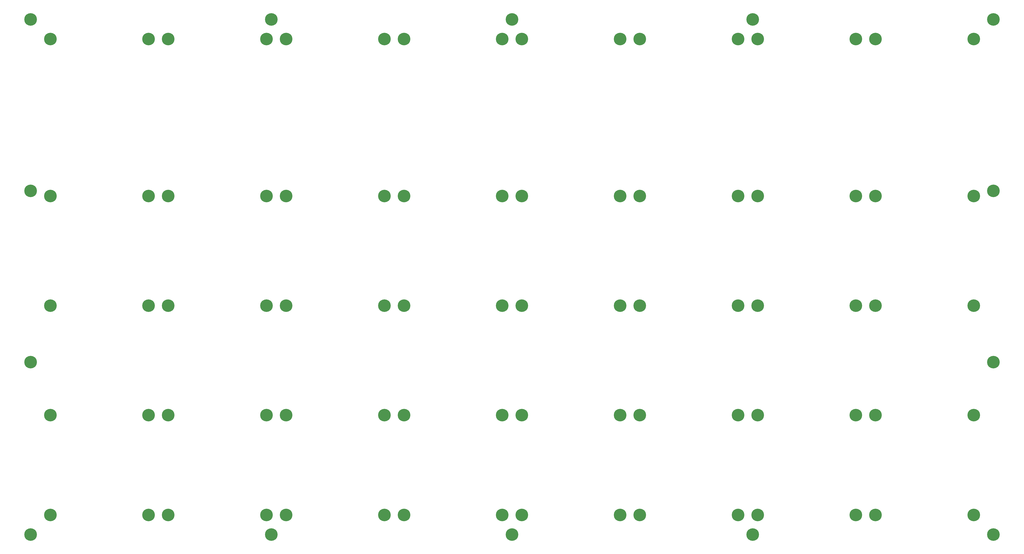
<source format=gbr>
%TF.GenerationSoftware,KiCad,Pcbnew,7.0.8*%
%TF.CreationDate,2023-11-15T12:45:31+01:00*%
%TF.ProjectId,panel-rev1,70616e65-6c2d-4726-9576-312e6b696361,rev?*%
%TF.SameCoordinates,Original*%
%TF.FileFunction,Copper,L2,Inr*%
%TF.FilePolarity,Positive*%
%FSLAX46Y46*%
G04 Gerber Fmt 4.6, Leading zero omitted, Abs format (unit mm)*
G04 Created by KiCad (PCBNEW 7.0.8) date 2023-11-15 12:45:31*
%MOMM*%
%LPD*%
G01*
G04 APERTURE LIST*
%TA.AperFunction,ComponentPad*%
%ADD10C,0.800000*%
%TD*%
%TA.AperFunction,ComponentPad*%
%ADD11C,6.400000*%
%TD*%
G04 APERTURE END LIST*
D10*
%TO.N,N/C*%
%TO.C,H157*%
X388150682Y-362891355D03*
X388853626Y-361194299D03*
X388853626Y-364588411D03*
X390550682Y-360491355D03*
D11*
X390550682Y-362891355D03*
D10*
X390550682Y-365291355D03*
X392247738Y-361194299D03*
X392247738Y-364588411D03*
X392950682Y-362891355D03*
%TD*%
%TO.N,N/C*%
%TO.C,H153*%
X378150682Y-251224689D03*
X378853626Y-249527633D03*
X378853626Y-252921745D03*
X380550682Y-248824689D03*
D11*
X380550682Y-251224689D03*
D10*
X380550682Y-253624689D03*
X382247738Y-249527633D03*
X382247738Y-252921745D03*
X382950682Y-251224689D03*
%TD*%
%TO.N,N/C*%
%TO.C,H231*%
X558150682Y-171224689D03*
X558853626Y-169527633D03*
X558853626Y-172921745D03*
X560550682Y-168824689D03*
D11*
X560550682Y-171224689D03*
D10*
X560550682Y-173624689D03*
X562247738Y-169527633D03*
X562247738Y-172921745D03*
X562950682Y-171224689D03*
%TD*%
%TO.N,N/C*%
%TO.C,H177*%
X508150682Y-362891355D03*
X508853626Y-361194299D03*
X508853626Y-364588411D03*
X510550682Y-360491355D03*
D11*
X510550682Y-362891355D03*
D10*
X510550682Y-365291355D03*
X512247738Y-361194299D03*
X512247738Y-364588411D03*
X512950682Y-362891355D03*
%TD*%
%TO.N,N/C*%
%TO.C,H176*%
X558150682Y-413724689D03*
X558853626Y-412027633D03*
X558853626Y-415421745D03*
X560550682Y-411324689D03*
D11*
X560550682Y-413724689D03*
D10*
X560550682Y-416124689D03*
X562247738Y-412027633D03*
X562247738Y-415421745D03*
X562950682Y-413724689D03*
%TD*%
%TO.N,N/C*%
%TO.C,H123*%
X198150682Y-251224689D03*
X198853626Y-249527633D03*
X198853626Y-252921745D03*
X200550682Y-248824689D03*
D11*
X200550682Y-251224689D03*
D10*
X200550682Y-253624689D03*
X202247738Y-249527633D03*
X202247738Y-252921745D03*
X202950682Y-251224689D03*
%TD*%
%TO.N,N/C*%
%TO.C,H161*%
X388150682Y-251224689D03*
X388853626Y-249527633D03*
X388853626Y-252921745D03*
X390550682Y-248824689D03*
D11*
X390550682Y-251224689D03*
D10*
X390550682Y-253624689D03*
X392247738Y-249527633D03*
X392247738Y-252921745D03*
X392950682Y-251224689D03*
%TD*%
%TO.N,N/C*%
%TO.C,H136*%
X318150682Y-413724689D03*
X318853626Y-412027633D03*
X318853626Y-415421745D03*
X320550682Y-411324689D03*
D11*
X320550682Y-413724689D03*
D10*
X320550682Y-416124689D03*
X322247738Y-412027633D03*
X322247738Y-415421745D03*
X322950682Y-413724689D03*
%TD*%
%TO.N,N/C*%
%TO.C,H215*%
X323121872Y-161229689D03*
X323824816Y-159532633D03*
X323824816Y-162926745D03*
X325521872Y-158829689D03*
D11*
X325521872Y-161229689D03*
D10*
X325521872Y-163629689D03*
X327218928Y-159532633D03*
X327218928Y-162926745D03*
X327921872Y-161229689D03*
%TD*%
%TO.N,N/C*%
%TO.C,H191*%
X568121872Y-335896355D03*
X568824816Y-334199299D03*
X568824816Y-337593411D03*
X570521872Y-333496355D03*
D11*
X570521872Y-335896355D03*
D10*
X570521872Y-338296355D03*
X572218928Y-334199299D03*
X572218928Y-337593411D03*
X572921872Y-335896355D03*
%TD*%
%TO.N,N/C*%
%TO.C,H229*%
X498150682Y-171224689D03*
X498853626Y-169527633D03*
X498853626Y-172921745D03*
X500550682Y-168824689D03*
D11*
X500550682Y-171224689D03*
D10*
X500550682Y-173624689D03*
X502247738Y-169527633D03*
X502247738Y-172921745D03*
X502950682Y-171224689D03*
%TD*%
%TO.N,N/C*%
%TO.C,H222*%
X268150682Y-171224689D03*
X268853626Y-169527633D03*
X268853626Y-172921745D03*
X270550682Y-168824689D03*
D11*
X270550682Y-171224689D03*
D10*
X270550682Y-173624689D03*
X272247738Y-169527633D03*
X272247738Y-172921745D03*
X272950682Y-171224689D03*
%TD*%
%TO.N,N/C*%
%TO.C,H143*%
X318150682Y-251224689D03*
X318853626Y-249527633D03*
X318853626Y-252921745D03*
X320550682Y-248824689D03*
D11*
X320550682Y-251224689D03*
D10*
X320550682Y-253624689D03*
X322247738Y-249527633D03*
X322247738Y-252921745D03*
X322950682Y-251224689D03*
%TD*%
%TO.N,N/C*%
%TO.C,H194*%
X78121872Y-423729689D03*
X78824816Y-422032633D03*
X78824816Y-425426745D03*
X80521872Y-421329689D03*
D11*
X80521872Y-423729689D03*
D10*
X80521872Y-426129689D03*
X82218928Y-422032633D03*
X82218928Y-425426745D03*
X82921872Y-423729689D03*
%TD*%
%TO.N,N/C*%
%TO.C,H226*%
X388150682Y-171224689D03*
X388853626Y-169527633D03*
X388853626Y-172921745D03*
X390550682Y-168824689D03*
D11*
X390550682Y-171224689D03*
D10*
X390550682Y-173624689D03*
X392247738Y-169527633D03*
X392247738Y-172921745D03*
X392950682Y-171224689D03*
%TD*%
%TO.N,N/C*%
%TO.C,H224*%
X328150682Y-171224689D03*
X328853626Y-169527633D03*
X328853626Y-172921745D03*
X330550682Y-168824689D03*
D11*
X330550682Y-171224689D03*
D10*
X330550682Y-173624689D03*
X332247738Y-169527633D03*
X332247738Y-172921745D03*
X332950682Y-171224689D03*
%TD*%
%TO.N,N/C*%
%TO.C,H150*%
X378150682Y-307058022D03*
X378853626Y-305360966D03*
X378853626Y-308755078D03*
X380550682Y-304658022D03*
D11*
X380550682Y-307058022D03*
D10*
X380550682Y-309458022D03*
X382247738Y-305360966D03*
X382247738Y-308755078D03*
X382950682Y-307058022D03*
%TD*%
%TO.N,N/C*%
%TO.C,H126*%
X258150682Y-413724689D03*
X258853626Y-412027633D03*
X258853626Y-415421745D03*
X260550682Y-411324689D03*
D11*
X260550682Y-413724689D03*
D10*
X260550682Y-416124689D03*
X262247738Y-412027633D03*
X262247738Y-415421745D03*
X262950682Y-413724689D03*
%TD*%
%TO.N,N/C*%
%TO.C,H165*%
X448150682Y-413724689D03*
X448853626Y-412027633D03*
X448853626Y-415421745D03*
X450550682Y-411324689D03*
D11*
X450550682Y-413724689D03*
D10*
X450550682Y-416124689D03*
X452247738Y-412027633D03*
X452247738Y-415421745D03*
X452950682Y-413724689D03*
%TD*%
%TO.N,N/C*%
%TO.C,H146*%
X378150682Y-413724689D03*
X378853626Y-412027633D03*
X378853626Y-415421745D03*
X380550682Y-411324689D03*
D11*
X380550682Y-413724689D03*
D10*
X380550682Y-416124689D03*
X382247738Y-412027633D03*
X382247738Y-415421745D03*
X382950682Y-413724689D03*
%TD*%
%TO.N,N/C*%
%TO.C,H135*%
X268150682Y-413724689D03*
X268853626Y-412027633D03*
X268853626Y-415421745D03*
X270550682Y-411324689D03*
D11*
X270550682Y-413724689D03*
D10*
X270550682Y-416124689D03*
X272247738Y-412027633D03*
X272247738Y-415421745D03*
X272950682Y-413724689D03*
%TD*%
%TO.N,N/C*%
%TO.C,H166*%
X498150682Y-413724689D03*
X498853626Y-412027633D03*
X498853626Y-415421745D03*
X500550682Y-411324689D03*
D11*
X500550682Y-413724689D03*
D10*
X500550682Y-416124689D03*
X502247738Y-412027633D03*
X502247738Y-415421745D03*
X502950682Y-413724689D03*
%TD*%
%TO.N,N/C*%
%TO.C,H108*%
X138150682Y-362891355D03*
X138853626Y-361194299D03*
X138853626Y-364588411D03*
X140550682Y-360491355D03*
D11*
X140550682Y-362891355D03*
D10*
X140550682Y-365291355D03*
X142247738Y-361194299D03*
X142247738Y-364588411D03*
X142950682Y-362891355D03*
%TD*%
%TO.N,N/C*%
%TO.C,H171*%
X448150682Y-251224689D03*
X448853626Y-249527633D03*
X448853626Y-252921745D03*
X450550682Y-248824689D03*
D11*
X450550682Y-251224689D03*
D10*
X450550682Y-253624689D03*
X452247738Y-249527633D03*
X452247738Y-252921745D03*
X452950682Y-251224689D03*
%TD*%
%TO.N,N/C*%
%TO.C,H108*%
X138150682Y-251224689D03*
X138853626Y-249527633D03*
X138853626Y-252921745D03*
X140550682Y-248824689D03*
D11*
X140550682Y-251224689D03*
D10*
X140550682Y-253624689D03*
X142247738Y-249527633D03*
X142247738Y-252921745D03*
X142950682Y-251224689D03*
%TD*%
%TO.N,N/C*%
%TO.C,H151*%
X328150682Y-251224689D03*
X328853626Y-249527633D03*
X328853626Y-252921745D03*
X330550682Y-248824689D03*
D11*
X330550682Y-251224689D03*
D10*
X330550682Y-253624689D03*
X332247738Y-249527633D03*
X332247738Y-252921745D03*
X332950682Y-251224689D03*
%TD*%
%TO.N,N/C*%
%TO.C,H225*%
X378150682Y-171224689D03*
X378853626Y-169527633D03*
X378853626Y-172921745D03*
X380550682Y-168824689D03*
D11*
X380550682Y-171224689D03*
D10*
X380550682Y-173624689D03*
X382247738Y-169527633D03*
X382247738Y-172921745D03*
X382950682Y-171224689D03*
%TD*%
%TO.N,N/C*%
%TO.C,H178*%
X558150682Y-362891355D03*
X558853626Y-361194299D03*
X558853626Y-364588411D03*
X560550682Y-360491355D03*
D11*
X560550682Y-362891355D03*
D10*
X560550682Y-365291355D03*
X562247738Y-361194299D03*
X562247738Y-364588411D03*
X562950682Y-362891355D03*
%TD*%
%TO.N,N/C*%
%TO.C,H158*%
X438150682Y-362891355D03*
X438853626Y-361194299D03*
X438853626Y-364588411D03*
X440550682Y-360491355D03*
D11*
X440550682Y-362891355D03*
D10*
X440550682Y-365291355D03*
X442247738Y-361194299D03*
X442247738Y-364588411D03*
X442950682Y-362891355D03*
%TD*%
%TO.N,N/C*%
%TO.C,H118*%
X198150682Y-362891355D03*
X198853626Y-361194299D03*
X198853626Y-364588411D03*
X200550682Y-360491355D03*
D11*
X200550682Y-362891355D03*
D10*
X200550682Y-365291355D03*
X202247738Y-361194299D03*
X202247738Y-364588411D03*
X202950682Y-362891355D03*
%TD*%
%TO.N,N/C*%
%TO.C,H230*%
X508150682Y-171224689D03*
X508853626Y-169527633D03*
X508853626Y-172921745D03*
X510550682Y-168824689D03*
D11*
X510550682Y-171224689D03*
D10*
X510550682Y-173624689D03*
X512247738Y-169527633D03*
X512247738Y-172921745D03*
X512950682Y-171224689D03*
%TD*%
%TO.N,N/C*%
%TO.C,H188*%
X568121872Y-248563022D03*
X568824816Y-246865966D03*
X568824816Y-250260078D03*
X570521872Y-246163022D03*
D11*
X570521872Y-248563022D03*
D10*
X570521872Y-250963022D03*
X572218928Y-246865966D03*
X572218928Y-250260078D03*
X572921872Y-248563022D03*
%TD*%
%TO.N,N/C*%
%TO.C,H188*%
X78121872Y-248563022D03*
X78824816Y-246865966D03*
X78824816Y-250260078D03*
X80521872Y-246163022D03*
D11*
X80521872Y-248563022D03*
D10*
X80521872Y-250963022D03*
X82218928Y-246865966D03*
X82218928Y-250260078D03*
X82921872Y-248563022D03*
%TD*%
%TO.N,N/C*%
%TO.C,H121*%
X148150682Y-251224689D03*
X148853626Y-249527633D03*
X148853626Y-252921745D03*
X150550682Y-248824689D03*
D11*
X150550682Y-251224689D03*
D10*
X150550682Y-253624689D03*
X152247738Y-249527633D03*
X152247738Y-252921745D03*
X152950682Y-251224689D03*
%TD*%
%TO.N,N/C*%
%TO.C,H128*%
X258150682Y-362891355D03*
X258853626Y-361194299D03*
X258853626Y-364588411D03*
X260550682Y-360491355D03*
D11*
X260550682Y-362891355D03*
D10*
X260550682Y-365291355D03*
X262247738Y-361194299D03*
X262247738Y-364588411D03*
X262950682Y-362891355D03*
%TD*%
%TO.N,N/C*%
%TO.C,H108*%
X138150682Y-171224689D03*
X138853626Y-169527633D03*
X138853626Y-172921745D03*
X140550682Y-168824689D03*
D11*
X140550682Y-171224689D03*
D10*
X140550682Y-173624689D03*
X142247738Y-169527633D03*
X142247738Y-172921745D03*
X142950682Y-171224689D03*
%TD*%
%TO.N,N/C*%
%TO.C,H119*%
X148150682Y-307058022D03*
X148853626Y-305360966D03*
X148853626Y-308755078D03*
X150550682Y-304658022D03*
D11*
X150550682Y-307058022D03*
D10*
X150550682Y-309458022D03*
X152247738Y-305360966D03*
X152247738Y-308755078D03*
X152950682Y-307058022D03*
%TD*%
%TO.N,N/C*%
%TO.C,H142*%
X268150682Y-251224689D03*
X268853626Y-249527633D03*
X268853626Y-252921745D03*
X270550682Y-248824689D03*
D11*
X270550682Y-251224689D03*
D10*
X270550682Y-253624689D03*
X272247738Y-249527633D03*
X272247738Y-252921745D03*
X272950682Y-251224689D03*
%TD*%
%TO.N,N/C*%
%TO.C,H213*%
X568121872Y-423729689D03*
X568824816Y-422032633D03*
X568824816Y-425426745D03*
X570521872Y-421329689D03*
D11*
X570521872Y-423729689D03*
D10*
X570521872Y-426129689D03*
X572218928Y-422032633D03*
X572218928Y-425426745D03*
X572921872Y-423729689D03*
%TD*%
%TO.N,N/C*%
%TO.C,H214*%
X200621872Y-161229689D03*
X201324816Y-159532633D03*
X201324816Y-162926745D03*
X203021872Y-158829689D03*
D11*
X203021872Y-161229689D03*
D10*
X203021872Y-163629689D03*
X204718928Y-159532633D03*
X204718928Y-162926745D03*
X205421872Y-161229689D03*
%TD*%
%TO.N,N/C*%
%TO.C,H169*%
X448150682Y-307058022D03*
X448853626Y-305360966D03*
X448853626Y-308755078D03*
X450550682Y-304658022D03*
D11*
X450550682Y-307058022D03*
D10*
X450550682Y-309458022D03*
X452247738Y-305360966D03*
X452247738Y-308755078D03*
X452950682Y-307058022D03*
%TD*%
%TO.N,N/C*%
%TO.C,H180*%
X558150682Y-307058022D03*
X558853626Y-305360966D03*
X558853626Y-308755078D03*
X560550682Y-304658022D03*
D11*
X560550682Y-307058022D03*
D10*
X560550682Y-309458022D03*
X562247738Y-305360966D03*
X562247738Y-308755078D03*
X562950682Y-307058022D03*
%TD*%
%TO.N,N/C*%
%TO.C,H108*%
X138150682Y-307058022D03*
X138853626Y-305360966D03*
X138853626Y-308755078D03*
X140550682Y-304658022D03*
D11*
X140550682Y-307058022D03*
D10*
X140550682Y-309458022D03*
X142247738Y-305360966D03*
X142247738Y-308755078D03*
X142950682Y-307058022D03*
%TD*%
%TO.N,N/C*%
%TO.C,H138*%
X318150682Y-362891355D03*
X318853626Y-361194299D03*
X318853626Y-364588411D03*
X320550682Y-360491355D03*
D11*
X320550682Y-362891355D03*
D10*
X320550682Y-365291355D03*
X322247738Y-361194299D03*
X322247738Y-364588411D03*
X322950682Y-362891355D03*
%TD*%
%TO.N,N/C*%
%TO.C,H160*%
X438150682Y-307058022D03*
X438853626Y-305360966D03*
X438853626Y-308755078D03*
X440550682Y-304658022D03*
D11*
X440550682Y-307058022D03*
D10*
X440550682Y-309458022D03*
X442247738Y-305360966D03*
X442247738Y-308755078D03*
X442950682Y-307058022D03*
%TD*%
%TO.N,N/C*%
%TO.C,H219*%
X198150682Y-171224689D03*
X198853626Y-169527633D03*
X198853626Y-172921745D03*
X200550682Y-168824689D03*
D11*
X200550682Y-171224689D03*
D10*
X200550682Y-173624689D03*
X202247738Y-169527633D03*
X202247738Y-172921745D03*
X202950682Y-171224689D03*
%TD*%
%TO.N,N/C*%
%TO.C,H155*%
X388150682Y-413724689D03*
X388853626Y-412027633D03*
X388853626Y-415421745D03*
X390550682Y-411324689D03*
D11*
X390550682Y-413724689D03*
D10*
X390550682Y-416124689D03*
X392247738Y-412027633D03*
X392247738Y-415421745D03*
X392950682Y-413724689D03*
%TD*%
%TO.N,N/C*%
%TO.C,H108*%
X88150682Y-362891355D03*
X88853626Y-361194299D03*
X88853626Y-364588411D03*
X90550682Y-360491355D03*
D11*
X90550682Y-362891355D03*
D10*
X90550682Y-365291355D03*
X92247738Y-361194299D03*
X92247738Y-364588411D03*
X92950682Y-362891355D03*
%TD*%
%TO.N,N/C*%
%TO.C,H108*%
X88150682Y-413724689D03*
X88853626Y-412027633D03*
X88853626Y-415421745D03*
X90550682Y-411324689D03*
D11*
X90550682Y-413724689D03*
D10*
X90550682Y-416124689D03*
X92247738Y-412027633D03*
X92247738Y-415421745D03*
X92950682Y-413724689D03*
%TD*%
%TO.N,N/C*%
%TO.C,H227*%
X438150682Y-171224689D03*
X438853626Y-169527633D03*
X438853626Y-172921745D03*
X440550682Y-168824689D03*
D11*
X440550682Y-171224689D03*
D10*
X440550682Y-173624689D03*
X442247738Y-169527633D03*
X442247738Y-172921745D03*
X442950682Y-171224689D03*
%TD*%
%TO.N,N/C*%
%TO.C,H179*%
X508150682Y-307058022D03*
X508853626Y-305360966D03*
X508853626Y-308755078D03*
X510550682Y-304658022D03*
D11*
X510550682Y-307058022D03*
D10*
X510550682Y-309458022D03*
X512247738Y-305360966D03*
X512247738Y-308755078D03*
X512950682Y-307058022D03*
%TD*%
%TO.N,N/C*%
%TO.C,H120*%
X198150682Y-307058022D03*
X198853626Y-305360966D03*
X198853626Y-308755078D03*
X200550682Y-304658022D03*
D11*
X200550682Y-307058022D03*
D10*
X200550682Y-309458022D03*
X202247738Y-305360966D03*
X202247738Y-308755078D03*
X202950682Y-307058022D03*
%TD*%
%TO.N,N/C*%
%TO.C,H164*%
X438150682Y-251224689D03*
X438853626Y-249527633D03*
X438853626Y-252921745D03*
X440550682Y-248824689D03*
D11*
X440550682Y-251224689D03*
D10*
X440550682Y-253624689D03*
X442247738Y-249527633D03*
X442247738Y-252921745D03*
X442950682Y-251224689D03*
%TD*%
%TO.N,N/C*%
%TO.C,H175*%
X508150682Y-413724689D03*
X508853626Y-412027633D03*
X508853626Y-415421745D03*
X510550682Y-411324689D03*
D11*
X510550682Y-413724689D03*
D10*
X510550682Y-416124689D03*
X512247738Y-412027633D03*
X512247738Y-415421745D03*
X512950682Y-413724689D03*
%TD*%
%TO.N,N/C*%
%TO.C,H108*%
X88150682Y-251224689D03*
X88853626Y-249527633D03*
X88853626Y-252921745D03*
X90550682Y-248824689D03*
D11*
X90550682Y-251224689D03*
D10*
X90550682Y-253624689D03*
X92247738Y-249527633D03*
X92247738Y-252921745D03*
X92950682Y-251224689D03*
%TD*%
%TO.N,N/C*%
%TO.C,H228*%
X448150682Y-171224689D03*
X448853626Y-169527633D03*
X448853626Y-172921745D03*
X450550682Y-168824689D03*
D11*
X450550682Y-171224689D03*
D10*
X450550682Y-173624689D03*
X452247738Y-169527633D03*
X452247738Y-172921745D03*
X452950682Y-171224689D03*
%TD*%
%TO.N,N/C*%
%TO.C,H211*%
X323121872Y-423729689D03*
X323824816Y-422032633D03*
X323824816Y-425426745D03*
X325521872Y-421329689D03*
D11*
X325521872Y-423729689D03*
D10*
X325521872Y-426129689D03*
X327218928Y-422032633D03*
X327218928Y-425426745D03*
X327921872Y-423729689D03*
%TD*%
%TO.N,N/C*%
%TO.C,H116*%
X198150682Y-413724689D03*
X198853626Y-412027633D03*
X198853626Y-415421745D03*
X200550682Y-411324689D03*
D11*
X200550682Y-413724689D03*
D10*
X200550682Y-416124689D03*
X202247738Y-412027633D03*
X202247738Y-415421745D03*
X202950682Y-413724689D03*
%TD*%
%TO.N,N/C*%
%TO.C,H170*%
X498150682Y-307058022D03*
X498853626Y-305360966D03*
X498853626Y-308755078D03*
X500550682Y-304658022D03*
D11*
X500550682Y-307058022D03*
D10*
X500550682Y-309458022D03*
X502247738Y-305360966D03*
X502247738Y-308755078D03*
X502950682Y-307058022D03*
%TD*%
%TO.N,N/C*%
%TO.C,H216*%
X445621872Y-161229689D03*
X446324816Y-159532633D03*
X446324816Y-162926745D03*
X448021872Y-158829689D03*
D11*
X448021872Y-161229689D03*
D10*
X448021872Y-163629689D03*
X449718928Y-159532633D03*
X449718928Y-162926745D03*
X450421872Y-161229689D03*
%TD*%
%TO.N,N/C*%
%TO.C,H145*%
X328150682Y-413724689D03*
X328853626Y-412027633D03*
X328853626Y-415421745D03*
X330550682Y-411324689D03*
D11*
X330550682Y-413724689D03*
D10*
X330550682Y-416124689D03*
X332247738Y-412027633D03*
X332247738Y-415421745D03*
X332950682Y-413724689D03*
%TD*%
%TO.N,N/C*%
%TO.C,H183*%
X558150682Y-251224689D03*
X558853626Y-249527633D03*
X558853626Y-252921745D03*
X560550682Y-248824689D03*
D11*
X560550682Y-251224689D03*
D10*
X560550682Y-253624689D03*
X562247738Y-249527633D03*
X562247738Y-252921745D03*
X562950682Y-251224689D03*
%TD*%
%TO.N,N/C*%
%TO.C,H223*%
X318150682Y-171224689D03*
X318853626Y-169527633D03*
X318853626Y-172921745D03*
X320550682Y-168824689D03*
D11*
X320550682Y-171224689D03*
D10*
X320550682Y-173624689D03*
X322247738Y-169527633D03*
X322247738Y-172921745D03*
X322950682Y-171224689D03*
%TD*%
%TO.N,N/C*%
%TO.C,H220*%
X208150682Y-171224689D03*
X208853626Y-169527633D03*
X208853626Y-172921745D03*
X210550682Y-168824689D03*
D11*
X210550682Y-171224689D03*
D10*
X210550682Y-173624689D03*
X212247738Y-169527633D03*
X212247738Y-172921745D03*
X212950682Y-171224689D03*
%TD*%
%TO.N,N/C*%
%TO.C,H131*%
X208150682Y-251224689D03*
X208853626Y-249527633D03*
X208853626Y-252921745D03*
X210550682Y-248824689D03*
D11*
X210550682Y-251224689D03*
D10*
X210550682Y-253624689D03*
X212247738Y-249527633D03*
X212247738Y-252921745D03*
X212950682Y-251224689D03*
%TD*%
%TO.N,N/C*%
%TO.C,H108*%
X78121872Y-161229689D03*
X78824816Y-159532633D03*
X78824816Y-162926745D03*
X80521872Y-158829689D03*
D11*
X80521872Y-161229689D03*
D10*
X80521872Y-163629689D03*
X82218928Y-159532633D03*
X82218928Y-162926745D03*
X82921872Y-161229689D03*
%TD*%
%TO.N,N/C*%
%TO.C,H130*%
X258150682Y-307058022D03*
X258853626Y-305360966D03*
X258853626Y-308755078D03*
X260550682Y-304658022D03*
D11*
X260550682Y-307058022D03*
D10*
X260550682Y-309458022D03*
X262247738Y-305360966D03*
X262247738Y-308755078D03*
X262950682Y-307058022D03*
%TD*%
%TO.N,N/C*%
%TO.C,H147*%
X328150682Y-362891355D03*
X328853626Y-361194299D03*
X328853626Y-364588411D03*
X330550682Y-360491355D03*
D11*
X330550682Y-362891355D03*
D10*
X330550682Y-365291355D03*
X332247738Y-361194299D03*
X332247738Y-364588411D03*
X332950682Y-362891355D03*
%TD*%
%TO.N,N/C*%
%TO.C,H108*%
X138150682Y-413724689D03*
X138853626Y-412027633D03*
X138853626Y-415421745D03*
X140550682Y-411324689D03*
D11*
X140550682Y-413724689D03*
D10*
X140550682Y-416124689D03*
X142247738Y-412027633D03*
X142247738Y-415421745D03*
X142950682Y-413724689D03*
%TD*%
%TO.N,N/C*%
%TO.C,H108*%
X88150682Y-171224689D03*
X88853626Y-169527633D03*
X88853626Y-172921745D03*
X90550682Y-168824689D03*
D11*
X90550682Y-171224689D03*
D10*
X90550682Y-173624689D03*
X92247738Y-169527633D03*
X92247738Y-172921745D03*
X92950682Y-171224689D03*
%TD*%
%TO.N,N/C*%
%TO.C,H137*%
X268150682Y-362891355D03*
X268853626Y-361194299D03*
X268853626Y-364588411D03*
X270550682Y-360491355D03*
D11*
X270550682Y-362891355D03*
D10*
X270550682Y-365291355D03*
X272247738Y-361194299D03*
X272247738Y-364588411D03*
X272950682Y-362891355D03*
%TD*%
%TO.N,N/C*%
%TO.C,H140*%
X318150682Y-307058022D03*
X318853626Y-305360966D03*
X318853626Y-308755078D03*
X320550682Y-304658022D03*
D11*
X320550682Y-307058022D03*
D10*
X320550682Y-309458022D03*
X322247738Y-305360966D03*
X322247738Y-308755078D03*
X322950682Y-307058022D03*
%TD*%
%TO.N,N/C*%
%TO.C,H199*%
X568121872Y-161229689D03*
X568824816Y-159532633D03*
X568824816Y-162926745D03*
X570521872Y-158829689D03*
D11*
X570521872Y-161229689D03*
D10*
X570521872Y-163629689D03*
X572218928Y-159532633D03*
X572218928Y-162926745D03*
X572921872Y-161229689D03*
%TD*%
%TO.N,N/C*%
%TO.C,H212*%
X445621872Y-423729689D03*
X446324816Y-422032633D03*
X446324816Y-425426745D03*
X448021872Y-421329689D03*
D11*
X448021872Y-423729689D03*
D10*
X448021872Y-426129689D03*
X449718928Y-422032633D03*
X449718928Y-425426745D03*
X450421872Y-423729689D03*
%TD*%
%TO.N,N/C*%
%TO.C,H108*%
X88150682Y-307058022D03*
X88853626Y-305360966D03*
X88853626Y-308755078D03*
X90550682Y-304658022D03*
D11*
X90550682Y-307058022D03*
D10*
X90550682Y-309458022D03*
X92247738Y-305360966D03*
X92247738Y-308755078D03*
X92950682Y-307058022D03*
%TD*%
%TO.N,N/C*%
%TO.C,H168*%
X498150682Y-362891355D03*
X498853626Y-361194299D03*
X498853626Y-364588411D03*
X500550682Y-360491355D03*
D11*
X500550682Y-362891355D03*
D10*
X500550682Y-365291355D03*
X502247738Y-361194299D03*
X502247738Y-364588411D03*
X502950682Y-362891355D03*
%TD*%
%TO.N,N/C*%
%TO.C,H191*%
X78121872Y-335896355D03*
X78824816Y-334199299D03*
X78824816Y-337593411D03*
X80521872Y-333496355D03*
D11*
X80521872Y-335896355D03*
D10*
X80521872Y-338296355D03*
X82218928Y-334199299D03*
X82218928Y-337593411D03*
X82921872Y-335896355D03*
%TD*%
%TO.N,N/C*%
%TO.C,H182*%
X508150682Y-251224689D03*
X508853626Y-249527633D03*
X508853626Y-252921745D03*
X510550682Y-248824689D03*
D11*
X510550682Y-251224689D03*
D10*
X510550682Y-253624689D03*
X512247738Y-249527633D03*
X512247738Y-252921745D03*
X512950682Y-251224689D03*
%TD*%
%TO.N,N/C*%
%TO.C,H159*%
X388150682Y-307058022D03*
X388853626Y-305360966D03*
X388853626Y-308755078D03*
X390550682Y-304658022D03*
D11*
X390550682Y-307058022D03*
D10*
X390550682Y-309458022D03*
X392247738Y-305360966D03*
X392247738Y-308755078D03*
X392950682Y-307058022D03*
%TD*%
%TO.N,N/C*%
%TO.C,H173*%
X498150682Y-251224689D03*
X498853626Y-249527633D03*
X498853626Y-252921745D03*
X500550682Y-248824689D03*
D11*
X500550682Y-251224689D03*
D10*
X500550682Y-253624689D03*
X502247738Y-249527633D03*
X502247738Y-252921745D03*
X502950682Y-251224689D03*
%TD*%
%TO.N,N/C*%
%TO.C,H149*%
X328150682Y-307058022D03*
X328853626Y-305360966D03*
X328853626Y-308755078D03*
X330550682Y-304658022D03*
D11*
X330550682Y-307058022D03*
D10*
X330550682Y-309458022D03*
X332247738Y-305360966D03*
X332247738Y-308755078D03*
X332950682Y-307058022D03*
%TD*%
%TO.N,N/C*%
%TO.C,H221*%
X258150682Y-171224689D03*
X258853626Y-169527633D03*
X258853626Y-172921745D03*
X260550682Y-168824689D03*
D11*
X260550682Y-171224689D03*
D10*
X260550682Y-173624689D03*
X262247738Y-169527633D03*
X262247738Y-172921745D03*
X262950682Y-171224689D03*
%TD*%
%TO.N,N/C*%
%TO.C,H125*%
X208150682Y-413724689D03*
X208853626Y-412027633D03*
X208853626Y-415421745D03*
X210550682Y-411324689D03*
D11*
X210550682Y-413724689D03*
D10*
X210550682Y-416124689D03*
X212247738Y-412027633D03*
X212247738Y-415421745D03*
X212950682Y-413724689D03*
%TD*%
%TO.N,N/C*%
%TO.C,H115*%
X148150682Y-413724689D03*
X148853626Y-412027633D03*
X148853626Y-415421745D03*
X150550682Y-411324689D03*
D11*
X150550682Y-413724689D03*
D10*
X150550682Y-416124689D03*
X152247738Y-412027633D03*
X152247738Y-415421745D03*
X152950682Y-413724689D03*
%TD*%
%TO.N,N/C*%
%TO.C,H210*%
X200621872Y-423729689D03*
X201324816Y-422032633D03*
X201324816Y-425426745D03*
X203021872Y-421329689D03*
D11*
X203021872Y-423729689D03*
D10*
X203021872Y-426129689D03*
X204718928Y-422032633D03*
X204718928Y-425426745D03*
X205421872Y-423729689D03*
%TD*%
%TO.N,N/C*%
%TO.C,H134*%
X258150682Y-251224689D03*
X258853626Y-249527633D03*
X258853626Y-252921745D03*
X260550682Y-248824689D03*
D11*
X260550682Y-251224689D03*
D10*
X260550682Y-253624689D03*
X262247738Y-249527633D03*
X262247738Y-252921745D03*
X262950682Y-251224689D03*
%TD*%
%TO.N,N/C*%
%TO.C,H129*%
X208150682Y-307058022D03*
X208853626Y-305360966D03*
X208853626Y-308755078D03*
X210550682Y-304658022D03*
D11*
X210550682Y-307058022D03*
D10*
X210550682Y-309458022D03*
X212247738Y-305360966D03*
X212247738Y-308755078D03*
X212950682Y-307058022D03*
%TD*%
%TO.N,N/C*%
%TO.C,H117*%
X148150682Y-362891355D03*
X148853626Y-361194299D03*
X148853626Y-364588411D03*
X150550682Y-360491355D03*
D11*
X150550682Y-362891355D03*
D10*
X150550682Y-365291355D03*
X152247738Y-361194299D03*
X152247738Y-364588411D03*
X152950682Y-362891355D03*
%TD*%
%TO.N,N/C*%
%TO.C,H167*%
X448150682Y-362891355D03*
X448853626Y-361194299D03*
X448853626Y-364588411D03*
X450550682Y-360491355D03*
D11*
X450550682Y-362891355D03*
D10*
X450550682Y-365291355D03*
X452247738Y-361194299D03*
X452247738Y-364588411D03*
X452950682Y-362891355D03*
%TD*%
%TO.N,N/C*%
%TO.C,H139*%
X268150682Y-307058022D03*
X268853626Y-305360966D03*
X268853626Y-308755078D03*
X270550682Y-304658022D03*
D11*
X270550682Y-307058022D03*
D10*
X270550682Y-309458022D03*
X272247738Y-305360966D03*
X272247738Y-308755078D03*
X272950682Y-307058022D03*
%TD*%
%TO.N,N/C*%
%TO.C,H218*%
X148150682Y-171224689D03*
X148853626Y-169527633D03*
X148853626Y-172921745D03*
X150550682Y-168824689D03*
D11*
X150550682Y-171224689D03*
D10*
X150550682Y-173624689D03*
X152247738Y-169527633D03*
X152247738Y-172921745D03*
X152950682Y-171224689D03*
%TD*%
%TO.N,N/C*%
%TO.C,H148*%
X378150682Y-362891355D03*
X378853626Y-361194299D03*
X378853626Y-364588411D03*
X380550682Y-360491355D03*
D11*
X380550682Y-362891355D03*
D10*
X380550682Y-365291355D03*
X382247738Y-361194299D03*
X382247738Y-364588411D03*
X382950682Y-362891355D03*
%TD*%
%TO.N,N/C*%
%TO.C,H127*%
X208150682Y-362891355D03*
X208853626Y-361194299D03*
X208853626Y-364588411D03*
X210550682Y-360491355D03*
D11*
X210550682Y-362891355D03*
D10*
X210550682Y-365291355D03*
X212247738Y-361194299D03*
X212247738Y-364588411D03*
X212950682Y-362891355D03*
%TD*%
%TO.N,N/C*%
%TO.C,H156*%
X438150682Y-413724689D03*
X438853626Y-412027633D03*
X438853626Y-415421745D03*
X440550682Y-411324689D03*
D11*
X440550682Y-413724689D03*
D10*
X440550682Y-416124689D03*
X442247738Y-412027633D03*
X442247738Y-415421745D03*
X442950682Y-413724689D03*
%TD*%
M02*

</source>
